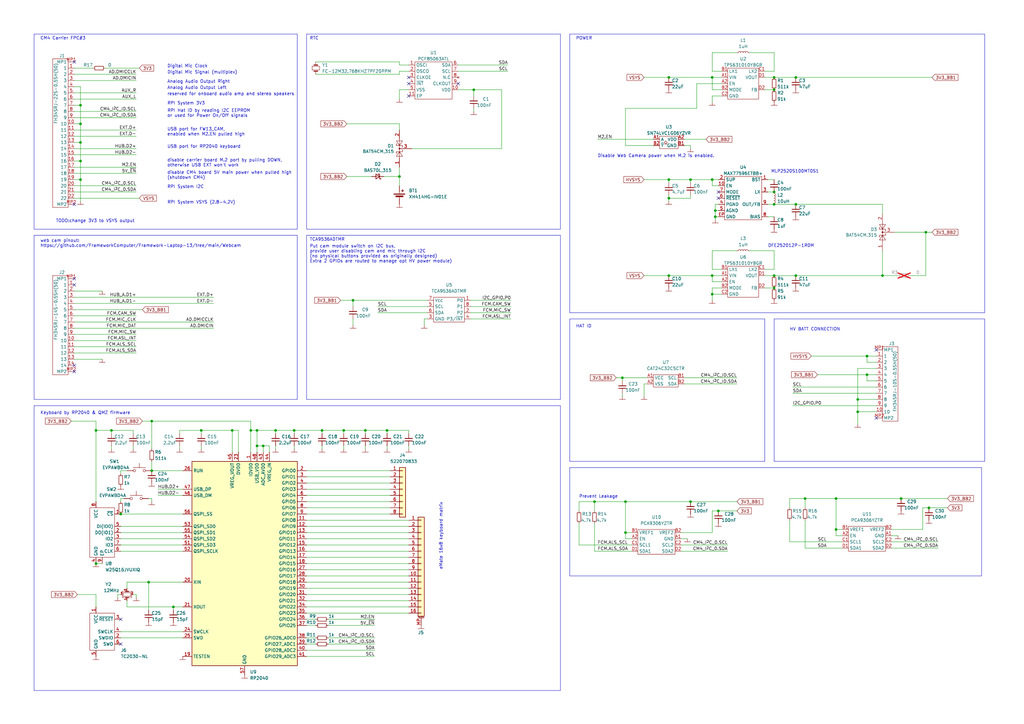
<source format=kicad_sch>
(kicad_sch (version 20230121) (generator eeschema)
  (paper "A3")
  (junction (at 45.72 176.53))
  (junction (at 49.53 210.82))
  (junction (at 342.9 217.17))
  (junction (at 105.41 176.53))
  (junction (at 369.57 204.47))
  (junction (at 342.9 204.47))
  (junction (at 39.37 176.53))
  (junction (at 292.1 113.03))
  (junction (at 255.27 154.94))
  (junction (at 292.1 73.66))
  (junction (at 105.41 182.88))
  (junction (at 274.32 81.28))
  (junction (at 326.39 83.82))
  (junction (at 351.79 163.83))
  (junction (at 158.75 176.53))
  (junction (at 317.5 113.03))
  (junction (at 82.55 176.53))
  (junction (at 95.25 176.53))
  (junction (at 292.1 31.75))
  (junction (at 256.54 218.44))
  (junction (at 274.32 31.75))
  (junction (at 326.39 31.75))
  (junction (at 102.87 176.53))
  (junction (at 33.02 58.42))
  (junction (at 317.5 36.83))
  (junction (at 132.08 176.53))
  (junction (at 71.12 248.92))
  (junction (at 39.37 231.14))
  (junction (at 243.84 205.74))
  (junction (at 194.31 36.83))
  (junction (at 379.73 95.25))
  (junction (at 33.02 66.04))
  (junction (at 140.97 176.53))
  (junction (at 294.64 209.55))
  (junction (at 317.5 83.82))
  (junction (at 293.37 86.36))
  (junction (at 317.5 31.75))
  (junction (at 144.78 123.19))
  (junction (at 33.02 73.66))
  (junction (at 317.5 78.74))
  (junction (at 256.54 205.74))
  (junction (at 317.5 118.11))
  (junction (at 60.96 238.76))
  (junction (at 33.02 43.18))
  (junction (at 292.1 120.65))
  (junction (at 330.2 204.47))
  (junction (at 355.6 153.67))
  (junction (at 120.65 176.53))
  (junction (at 283.21 73.66))
  (junction (at 107.95 182.88))
  (junction (at 113.03 176.53))
  (junction (at 293.37 88.9))
  (junction (at 283.21 205.74))
  (junction (at 355.6 146.05))
  (junction (at 62.23 172.72))
  (junction (at 361.95 113.03))
  (junction (at 274.32 113.03))
  (junction (at 326.39 113.03))
  (junction (at 149.86 176.53))
  (junction (at 351.79 168.91))
  (junction (at 33.02 50.8))
  (junction (at 381 208.28))
  (junction (at 62.23 193.04))
  (junction (at 274.32 73.66))
  (junction (at 163.83 72.39))
  (no_connect (at 359.41 171.45))
  (no_connect (at 359.41 143.51))
  (no_connect (at 30.48 114.3))
  (no_connect (at 167.64 31.75))
  (no_connect (at 187.96 34.29))
  (no_connect (at 30.48 149.86))
  (no_connect (at 294.64 78.74))
  (no_connect (at 49.53 264.16))
  (no_connect (at 30.48 152.4))
  (no_connect (at 167.64 39.37))
  (no_connect (at 49.53 254))
  (no_connect (at 294.64 81.28))
  (no_connect (at 30.48 83.82))
  (no_connect (at 167.64 34.29))
  (no_connect (at 30.48 25.4))
  (no_connect (at 30.48 116.84))
  (wire (pts (xy 163.83 36.83) (xy 163.83 40.64)))
  (wire (pts (xy 292.1 41.91) (xy 292.1 39.37)))
  (wire (pts (xy 158.75 182.88) (xy 158.75 184.15)))
  (wire (pts (xy 314.96 78.74) (xy 317.5 78.74)))
  (wire (pts (xy 160.02 198.12) (xy 125.73 198.12)))
  (wire (pts (xy 373.38 113.03) (xy 379.73 113.03)))
  (wire (pts (xy 30.48 81.28) (xy 57.15 81.28)))
  (wire (pts (xy 237.49 205.74) (xy 243.84 205.74)))
  (wire (pts (xy 292.1 209.55) (xy 294.64 209.55)))
  (wire (pts (xy 33.02 58.42) (xy 30.48 58.42)))
  (wire (pts (xy 55.88 76.2) (xy 30.48 76.2)))
  (wire (pts (xy 326.39 31.75) (xy 382.27 31.75)))
  (wire (pts (xy 379.73 95.25) (xy 379.73 113.03)))
  (wire (pts (xy 365.76 219.71) (xy 368.3 219.71)))
  (wire (pts (xy 55.88 71.12) (xy 30.48 71.12)))
  (wire (pts (xy 302.26 102.87) (xy 292.1 102.87)))
  (wire (pts (xy 30.48 27.94) (xy 38.1 27.94)))
  (wire (pts (xy 292.1 21.59) (xy 292.1 29.21)))
  (wire (pts (xy 259.08 220.98) (xy 256.54 220.98)))
  (wire (pts (xy 120.65 176.53) (xy 132.08 176.53)))
  (wire (pts (xy 163.83 26.67) (xy 163.83 25.4)))
  (wire (pts (xy 54.61 177.8) (xy 54.61 176.53)))
  (wire (pts (xy 351.79 163.83) (xy 359.41 163.83)))
  (wire (pts (xy 33.02 66.04) (xy 33.02 73.66)))
  (wire (pts (xy 30.48 43.18) (xy 33.02 43.18)))
  (wire (pts (xy 49.53 218.44) (xy 74.93 218.44)))
  (wire (pts (xy 167.64 226.06) (xy 125.73 226.06)))
  (wire (pts (xy 30.48 144.78) (xy 55.88 144.78)))
  (wire (pts (xy 330.2 224.79) (xy 345.44 224.79)))
  (wire (pts (xy 132.08 176.53) (xy 140.97 176.53)))
  (wire (pts (xy 342.9 204.47) (xy 369.57 204.47)))
  (wire (pts (xy 105.41 185.42) (xy 105.41 182.88)))
  (wire (pts (xy 55.88 45.72) (xy 30.48 45.72)))
  (wire (pts (xy 144.78 133.35) (xy 144.78 130.81)))
  (wire (pts (xy 317.5 113.03) (xy 326.39 113.03)))
  (wire (pts (xy 149.86 176.53) (xy 158.75 176.53)))
  (wire (pts (xy 33.02 73.66) (xy 33.02 82.55)))
  (wire (pts (xy 361.95 83.82) (xy 361.95 87.63)))
  (wire (pts (xy 167.64 182.88) (xy 167.64 184.15)))
  (wire (pts (xy 71.12 248.92) (xy 71.12 250.19)))
  (wire (pts (xy 52.07 246.38) (xy 52.07 248.92)))
  (wire (pts (xy 45.72 176.53) (xy 54.61 176.53)))
  (wire (pts (xy 48.26 245.11) (xy 48.26 243.84)))
  (wire (pts (xy 237.49 209.55) (xy 237.49 205.74)))
  (wire (pts (xy 30.48 134.62) (xy 87.63 134.62)))
  (wire (pts (xy 49.53 259.08) (xy 74.93 259.08)))
  (wire (pts (xy 317.5 31.75) (xy 326.39 31.75)))
  (wire (pts (xy 351.79 168.91) (xy 359.41 168.91)))
  (wire (pts (xy 49.53 215.9) (xy 74.93 215.9)))
  (wire (pts (xy 55.88 68.58) (xy 30.48 68.58)))
  (wire (pts (xy 317.5 110.49) (xy 317.5 102.87)))
  (wire (pts (xy 342.9 219.71) (xy 342.9 217.17)))
  (wire (pts (xy 125.73 264.16) (xy 129.54 264.16)))
  (wire (pts (xy 280.67 154.94) (xy 302.26 154.94)))
  (wire (pts (xy 134.62 261.62) (xy 153.67 261.62)))
  (wire (pts (xy 359.41 148.59) (xy 355.6 148.59)))
  (wire (pts (xy 30.48 142.24) (xy 55.88 142.24)))
  (wire (pts (xy 285.75 44.45) (xy 285.75 34.29)))
  (wire (pts (xy 167.64 218.44) (xy 125.73 218.44)))
  (wire (pts (xy 167.64 251.46) (xy 125.73 251.46)))
  (wire (pts (xy 49.53 194.31) (xy 49.53 193.04)))
  (wire (pts (xy 274.32 73.66) (xy 274.32 74.93)))
  (wire (pts (xy 293.37 86.36) (xy 293.37 83.82)))
  (wire (pts (xy 283.21 80.01) (xy 283.21 81.28)))
  (wire (pts (xy 142.24 50.8) (xy 163.83 50.8)))
  (wire (pts (xy 313.69 29.21) (xy 317.5 29.21)))
  (wire (pts (xy 274.32 82.55) (xy 274.32 81.28)))
  (wire (pts (xy 255.27 162.56) (xy 255.27 161.29)))
  (wire (pts (xy 160.02 195.58) (xy 125.73 195.58)))
  (wire (pts (xy 314.96 73.66) (xy 317.5 73.66)))
  (wire (pts (xy 256.54 205.74) (xy 283.21 205.74)))
  (wire (pts (xy 167.64 177.8) (xy 167.64 176.53)))
  (wire (pts (xy 283.21 205.74) (xy 302.26 205.74)))
  (wire (pts (xy 313.69 113.03) (xy 317.5 113.03)))
  (wire (pts (xy 113.03 176.53) (xy 120.65 176.53)))
  (wire (pts (xy 54.61 243.84) (xy 55.88 243.84)))
  (wire (pts (xy 157.48 72.39) (xy 163.83 72.39)))
  (wire (pts (xy 167.64 246.38) (xy 125.73 246.38)))
  (wire (pts (xy 55.88 53.34) (xy 30.48 53.34)))
  (wire (pts (xy 292.1 209.55) (xy 292.1 218.44)))
  (wire (pts (xy 295.91 36.83) (xy 292.1 36.83)))
  (wire (pts (xy 292.1 31.75) (xy 295.91 31.75)))
  (wire (pts (xy 292.1 218.44) (xy 279.4 218.44)))
  (wire (pts (xy 52.07 238.76) (xy 60.96 238.76)))
  (wire (pts (xy 49.53 204.47) (xy 49.53 205.74)))
  (wire (pts (xy 33.02 73.66) (xy 30.48 73.66)))
  (wire (pts (xy 168.91 60.96) (xy 205.74 60.96)))
  (wire (pts (xy 323.85 204.47) (xy 330.2 204.47)))
  (wire (pts (xy 313.69 31.75) (xy 317.5 31.75)))
  (wire (pts (xy 243.84 226.06) (xy 259.08 226.06)))
  (wire (pts (xy 330.2 213.36) (xy 330.2 224.79)))
  (wire (pts (xy 293.37 86.36) (xy 294.64 86.36)))
  (wire (pts (xy 355.6 146.05) (xy 355.6 148.59)))
  (wire (pts (xy 292.1 110.49) (xy 295.91 110.49)))
  (wire (pts (xy 167.64 241.3) (xy 125.73 241.3)))
  (wire (pts (xy 256.54 218.44) (xy 259.08 218.44)))
  (wire (pts (xy 264.16 31.75) (xy 274.32 31.75)))
  (wire (pts (xy 120.65 177.8) (xy 120.65 176.53)))
  (wire (pts (xy 307.34 102.87) (xy 317.5 102.87)))
  (wire (pts (xy 256.54 220.98) (xy 256.54 218.44)))
  (wire (pts (xy 326.39 83.82) (xy 361.95 83.82)))
  (wire (pts (xy 160.02 208.28) (xy 125.73 208.28)))
  (wire (pts (xy 361.95 102.87) (xy 361.95 113.03)))
  (wire (pts (xy 160.02 205.74) (xy 125.73 205.74)))
  (wire (pts (xy 317.5 83.82) (xy 326.39 83.82)))
  (wire (pts (xy 49.53 193.04) (xy 52.07 193.04)))
  (wire (pts (xy 30.48 139.7) (xy 55.88 139.7)))
  (wire (pts (xy 55.88 30.48) (xy 30.48 30.48)))
  (wire (pts (xy 237.49 223.52) (xy 237.49 214.63)))
  (wire (pts (xy 160.02 203.2) (xy 125.73 203.2)))
  (wire (pts (xy 167.64 220.98) (xy 125.73 220.98)))
  (wire (pts (xy 193.04 123.19) (xy 209.55 123.19)))
  (wire (pts (xy 167.64 236.22) (xy 125.73 236.22)))
  (wire (pts (xy 55.88 40.64) (xy 30.48 40.64)))
  (wire (pts (xy 62.23 189.23) (xy 62.23 193.04)))
  (wire (pts (xy 140.97 182.88) (xy 140.97 184.15)))
  (wire (pts (xy 175.26 125.73) (xy 154.94 125.73)))
  (wire (pts (xy 351.79 151.13) (xy 351.79 163.83)))
  (wire (pts (xy 314.96 83.82) (xy 317.5 83.82)))
  (wire (pts (xy 274.32 73.66) (xy 283.21 73.66)))
  (wire (pts (xy 367.03 95.25) (xy 379.73 95.25)))
  (wire (pts (xy 359.41 151.13) (xy 351.79 151.13)))
  (wire (pts (xy 292.1 29.21) (xy 295.91 29.21)))
  (wire (pts (xy 64.77 200.66) (xy 74.93 200.66)))
  (wire (pts (xy 39.37 243.84) (xy 31.75 243.84)))
  (wire (pts (xy 292.1 76.2) (xy 292.1 73.66)))
  (wire (pts (xy 55.88 33.02) (xy 30.48 33.02)))
  (wire (pts (xy 134.62 264.16) (xy 153.67 264.16)))
  (wire (pts (xy 125.73 254) (xy 129.54 254)))
  (wire (pts (xy 187.96 36.83) (xy 194.31 36.83)))
  (wire (pts (xy 97.79 185.42) (xy 97.79 176.53)))
  (wire (pts (xy 73.66 176.53) (xy 82.55 176.53)))
  (wire (pts (xy 167.64 228.6) (xy 125.73 228.6)))
  (wire (pts (xy 55.88 245.11) (xy 55.88 243.84)))
  (wire (pts (xy 381 208.28) (xy 388.62 208.28)))
  (wire (pts (xy 139.7 123.19) (xy 144.78 123.19)))
  (wire (pts (xy 52.07 238.76) (xy 52.07 241.3)))
  (wire (pts (xy 142.24 72.39) (xy 152.4 72.39)))
  (wire (pts (xy 113.03 176.53) (xy 113.03 177.8)))
  (wire (pts (xy 132.08 177.8) (xy 132.08 176.53)))
  (wire (pts (xy 378.46 208.28) (xy 381 208.28)))
  (wire (pts (xy 283.21 73.66) (xy 283.21 74.93)))
  (wire (pts (xy 158.75 177.8) (xy 158.75 176.53)))
  (wire (pts (xy 173.99 130.81) (xy 173.99 133.35)))
  (wire (pts (xy 163.83 29.21) (xy 167.64 29.21)))
  (wire (pts (xy 292.1 120.65) (xy 292.1 118.11)))
  (wire (pts (xy 73.66 177.8) (xy 73.66 176.53)))
  (wire (pts (xy 125.73 256.54) (xy 129.54 256.54)))
  (wire (pts (xy 194.31 39.37) (xy 194.31 36.83)))
  (wire (pts (xy 33.02 58.42) (xy 33.02 66.04)))
  (wire (pts (xy 60.96 204.47) (xy 62.23 204.47)))
  (wire (pts (xy 167.64 231.14) (xy 125.73 231.14)))
  (wire (pts (xy 293.37 90.17) (xy 293.37 88.9)))
  (wire (pts (xy 325.12 161.29) (xy 359.41 161.29)))
  (wire (pts (xy 292.1 123.19) (xy 292.1 120.65)))
  (wire (pts (xy 332.74 146.05) (xy 355.6 146.05)))
  (wire (pts (xy 71.12 248.92) (xy 74.93 248.92)))
  (wire (pts (xy 167.64 213.36) (xy 125.73 213.36)))
  (wire (pts (xy 264.16 157.48) (xy 265.43 157.48)))
  (wire (pts (xy 55.88 60.96) (xy 30.48 60.96)))
  (wire (pts (xy 314.96 88.9) (xy 317.5 88.9)))
  (wire (pts (xy 33.02 50.8) (xy 33.02 58.42)))
  (wire (pts (xy 29.21 172.72) (xy 39.37 172.72)))
  (wire (pts (xy 49.53 223.52) (xy 74.93 223.52)))
  (wire (pts (xy 292.1 39.37) (xy 295.91 39.37)))
  (wire (pts (xy 30.48 121.92) (xy 87.63 121.92)))
  (wire (pts (xy 33.02 35.56) (xy 30.48 35.56)))
  (wire (pts (xy 342.9 217.17) (xy 345.44 217.17)))
  (wire (pts (xy 60.96 238.76) (xy 74.93 238.76)))
  (wire (pts (xy 129.54 30.48) (xy 163.83 30.48)))
  (wire (pts (xy 243.84 205.74) (xy 243.84 209.55)))
  (wire (pts (xy 33.02 66.04) (xy 30.48 66.04)))
  (wire (pts (xy 110.49 182.88) (xy 107.95 182.88)))
  (wire (pts (xy 163.83 76.2) (xy 163.83 72.39)))
  (wire (pts (xy 163.83 30.48) (xy 163.83 29.21)))
  (wire (pts (xy 163.83 72.39) (xy 163.83 68.58)))
  (wire (pts (xy 255.27 154.94) (xy 265.43 154.94)))
  (wire (pts (xy 64.77 203.2) (xy 74.93 203.2)))
  (wire (pts (xy 351.79 163.83) (xy 351.79 168.91)))
  (wire (pts (xy 293.37 88.9) (xy 293.37 86.36)))
  (wire (pts (xy 167.64 238.76) (xy 125.73 238.76)))
  (wire (pts (xy 30.48 119.38) (xy 41.91 119.38)))
  (wire (pts (xy 60.96 238.76) (xy 60.96 250.19)))
  (wire (pts (xy 149.86 182.88) (xy 149.86 184.15)))
  (wire (pts (xy 113.03 182.88) (xy 113.03 184.15)))
  (wire (pts (xy 194.31 45.72) (xy 194.31 44.45)))
  (wire (pts (xy 167.64 243.84) (xy 125.73 243.84)))
  (wire (pts (xy 167.64 26.67) (xy 163.83 26.67)))
  (wire (pts (xy 264.16 73.66) (xy 274.32 73.66)))
  (wire (pts (xy 283.21 73.66) (xy 292.1 73.66)))
  (wire (pts (xy 325.12 158.75) (xy 359.41 158.75)))
  (wire (pts (xy 167.64 233.68) (xy 125.73 233.68)))
  (wire (pts (xy 379.73 95.25) (xy 382.27 95.25)))
  (wire (pts (xy 30.48 147.32) (xy 41.91 147.32)))
  (wire (pts (xy 205.74 36.83) (xy 205.74 60.96)))
  (wire (pts (xy 378.46 208.28) (xy 378.46 217.17)))
  (wire (pts (xy 45.72 176.53) (xy 45.72 177.8)))
  (wire (pts (xy 30.48 127) (xy 58.42 127)))
  (wire (pts (xy 345.44 219.71) (xy 342.9 219.71)))
  (wire (pts (xy 140.97 176.53) (xy 149.86 176.53)))
  (wire (pts (xy 285.75 34.29) (xy 295.91 34.29)))
  (wire (pts (xy 132.08 182.88) (xy 132.08 184.15)))
  (wire (pts (xy 82.55 176.53) (xy 95.25 176.53)))
  (wire (pts (xy 54.61 182.88) (xy 54.61 184.15)))
  (wire (pts (xy 293.37 88.9) (xy 294.64 88.9)))
  (wire (pts (xy 160.02 210.82) (xy 125.73 210.82)))
  (wire (pts (xy 292.1 120.65) (xy 295.91 120.65)))
  (wire (pts (xy 167.64 176.53) (xy 158.75 176.53)))
  (wire (pts (xy 95.25 176.53) (xy 95.25 185.42)))
  (wire (pts (xy 55.88 55.88) (xy 30.48 55.88)))
  (wire (pts (xy 280.67 157.48) (xy 302.26 157.48)))
  (wire (pts (xy 110.49 185.42) (xy 110.49 182.88)))
  (wire (pts (xy 292.1 118.11) (xy 295.91 118.11)))
  (wire (pts (xy 73.66 182.88) (xy 73.66 184.15)))
  (wire (pts (xy 283.21 60.96) (xy 283.21 59.69)))
  (wire (pts (xy 125.73 269.24) (xy 153.67 269.24)))
  (wire (pts (xy 107.95 182.88) (xy 105.41 182.88)))
  (wire (pts (xy 49.53 210.82) (xy 74.93 210.82)))
  (wire (pts (xy 365.76 222.25) (xy 384.81 222.25)))
  (wire (pts (xy 55.88 38.1) (xy 30.48 38.1)))
  (wire (pts (xy 283.21 59.69) (xy 280.67 59.69)))
  (wire (pts (xy 39.37 205.74) (xy 39.37 176.53)))
  (wire (pts (xy 274.32 80.01) (xy 274.32 81.28)))
  (wire (pts (xy 30.48 137.16) (xy 55.88 137.16)))
  (wire (pts (xy 255.27 156.21) (xy 255.27 154.94)))
  (wire (pts (xy 30.48 132.08) (xy 87.63 132.08)))
  (wire (pts (xy 125.73 261.62) (xy 129.54 261.62)))
  (wire (pts (xy 256.54 59.69) (xy 256.54 44.45)))
  (wire (pts (xy 274.32 31.75) (xy 292.1 31.75)))
  (wire (pts (xy 279.4 223.52) (xy 298.45 223.52)))
  (wire (pts (xy 294.64 209.55) (xy 302.26 209.55)))
  (wire (pts (xy 369.57 204.47) (xy 388.62 204.47)))
  (wire (pts (xy 355.6 153.67) (xy 359.41 153.67)))
  (wire (pts (xy 256.54 44.45) (xy 285.75 44.45)))
  (wire (pts (xy 167.64 248.92) (xy 125.73 248.92)))
  (wire (pts (xy 30.48 129.54) (xy 55.88 129.54)))
  (wire (pts (xy 274.32 113.03) (xy 292.1 113.03)))
  (wire (pts (xy 293.37 83.82) (xy 294.64 83.82)))
  (wire (pts (xy 144.78 125.73) (xy 144.78 123.19)))
  (wire (pts (xy 49.53 204.47) (xy 50.8 204.47)))
  (wire (pts (xy 361.95 113.03) (xy 368.3 113.03)))
  (wire (pts (xy 134.62 256.54) (xy 153.67 256.54)))
  (wire (pts (xy 292.1 113.03) (xy 295.91 113.03)))
  (wire (pts (xy 355.6 146.05) (xy 359.41 146.05)))
  (wire (pts (xy 82.55 182.88) (xy 82.55 184.15)))
  (wire (pts (xy 292.1 115.57) (xy 292.1 113.03)))
  (wire (pts (xy 292.1 31.75) (xy 292.1 36.83)))
  (wire (pts (xy 55.88 63.5) (xy 30.48 63.5)))
  (wire (pts (xy 30.48 124.46) (xy 87.63 124.46)))
  (wire (pts (xy 193.04 128.27) (xy 209.55 128.27)))
  (wire (pts (xy 243.84 214.63) (xy 243.84 226.06)))
  (wire (pts (xy 292.1 73.66) (xy 294.64 73.66)))
  (wire (pts (xy 120.65 182.88) (xy 120.65 184.15)))
  (wire (pts (xy 317.5 29.21) (xy 317.5 21.59)))
  (wire (pts (xy 160.02 193.04) (xy 125.73 193.04)))
  (wire (pts (xy 149.86 177.8) (xy 149.86 176.53)))
  (wire (pts (xy 187.96 29.21) (xy 208.28 29.21)))
  (wire (pts (xy 194.31 36.83) (xy 205.74 36.83)))
  (wire (pts (xy 193.04 125.73) (xy 209.55 125.73)))
  (wire (pts (xy 187.96 26.67) (xy 208.28 26.67)))
  (wire (pts (xy 279.4 220.98) (xy 281.94 220.98)))
  (wire (pts (xy 365.76 224.79) (xy 384.81 224.79)))
  (wire (pts (xy 134.62 254) (xy 153.67 254)))
  (wire (pts (xy 33.02 43.18) (xy 33.02 50.8)))
  (wire (pts (xy 163.83 50.8) (xy 163.83 53.34)))
  (wire (pts (xy 256.54 205.74) (xy 256.54 218.44)))
  (wire (pts (xy 280.67 57.15) (xy 289.56 57.15)))
  (wire (pts (xy 49.53 226.06) (xy 74.93 226.06)))
  (wire (pts (xy 313.69 110.49) (xy 317.5 110.49)))
  (wire (pts (xy 33.02 50.8) (xy 30.48 50.8)))
  (wire (pts (xy 49.53 243.84) (xy 48.26 243.84)))
  (wire (pts (xy 243.84 205.74) (xy 256.54 205.74)))
  (wire (pts (xy 58.42 172.72) (xy 62.23 172.72)))
  (wire (pts (xy 378.46 217.17) (xy 365.76 217.17)))
  (wire (pts (xy 330.2 204.47) (xy 342.9 204.47)))
  (wire (pts (xy 160.02 200.66) (xy 125.73 200.66)))
  (wire (pts (xy 167.64 36.83) (xy 163.83 36.83)))
  (wire (pts (xy 82.55 176.53) (xy 82.55 177.8)))
  (wire (pts (xy 323.85 222.25) (xy 323.85 213.36)))
  (wire (pts (xy 39.37 231.14) (xy 41.91 231.14)))
  (wire (pts (xy 342.9 204.47) (xy 342.9 217.17)))
  (wire (pts (xy 175.26 128.27) (xy 154.94 128.27)))
  (wire (pts (xy 237.49 223.52) (xy 259.08 223.52)))
  (wire (pts (xy 43.18 27.94) (xy 57.15 27.94)))
  (wire (pts (xy 359.41 156.21) (xy 355.6 156.21)))
  (wire (pts (xy 39.37 176.53) (xy 45.72 176.53)))
  (wire (pts (xy 102.87 172.72) (xy 102.87 176.53)))
  (wire (pts (xy 33.02 35.56) (xy 33.02 43.18)))
  (wire (pts (xy 62.23 172.72) (xy 62.23 184.15)))
  (wire (pts (xy 279.4 226.06) (xy 298.45 226.06)))
  (wire (pts (xy 49.53 220.98) (xy 74.93 220.98)))
  (wire (pts (xy 105.41 176.53) (xy 113.03 176.53)))
  (wire (pts (xy 102.87 176.53) (xy 105.41 176.53)))
  (wire (pts (xy 62.23 172.72) (xy 102.87 172.72)))
  (wire (pts (xy 125.73 266.7) (xy 153.67 266.7)))
  (wire (pts (xy 62.23 204.47) (xy 62.23 205.74)))
  (wire (pts (xy 294.64 76.2) (xy 292.1 76.2)))
  (wire (pts (xy 39.37 248.92) (xy 39.37 243.84)))
  (wire (pts (xy 52.07 248.92) (xy 71.12 248.92)))
  (wire (pts (xy 49.53 261.62) (xy 74.93 261.62)))
  (wire (pts (xy 107.95 185.42) (xy 107.95 182.88)))
  (wire (pts (xy 129.54 25.4) (xy 163.83 25.4)))
  (wire (pts (xy 193.04 130.81) (xy 209.55 130.81)))
  (wire (pts (xy 267.97 59.69) (xy 256.54 59.69)))
  (wire (pts (xy 323.85 208.28) (xy 323.85 204.47)))
  (wire (pts (xy 302.26 21.59) (xy 292.1 21.59)))
  (wire (pts (xy 252.73 154.94) (xy 255.27 154.94)))
  (wire (pts (xy 313.69 118.11) (xy 317.5 118.11)))
  (wire (pts (xy 245.11 57.15) (xy 267.97 57.15)))
  (wire (pts (xy 326.39 113.03) (xy 361.95 113.03)))
  (wire (pts (xy 274.32 81.28) (xy 283.21 81.28)))
  (wire (pts (xy 307.34 21.59) (xy 317.5 21.59)))
  (wire (pts (xy 167.64 215.9) (xy 125.73 215.9)))
  (wire (pts (xy 264.16 113.03) (xy 274.32 113.03)))
  (wire (pts (xy 313.69 36.83) (xy 317.5 36.83)))
  (wire (pts (xy 355.6 156.21) (xy 355.6 153.67)))
  (wire (pts (xy 97.79 176.53) (xy 95.25 176.53)))
  (wire (pts (xy 140.97 177.8) (xy 140.97 176.53)))
  (wire (pts (xy 351.79 168.91) (xy 351.79 173.99)))
  (wire (pts (xy 167.64 223.52) (xy 125.73 223.52)))
  (wire (pts (xy 323.85 222.25) (xy 345.44 222.25)))
  (wire (pts (xy 325.12 166.37) (xy 359.41 166.37)))
  (wire (pts (xy 335.28 153.67) (xy 355.6 153.67)))
  (wire (pts (xy 175.26 130.81) (xy 173.99 130.81)))
  (wire (pts (xy 144.78 123.19) (xy 175.26 123.19)))
  (wire (pts (xy 102.87 176.53) (xy 102.87 185.42)))
  (wire (pts (xy 39.37 172.72) (xy 39.37 176.53)))
  (wire (pts (xy 55.88 48.26) (xy 30.48 48.26)))
  (wire (pts (xy 292.1 102.87) (xy 292.1 110.49)))
  (wire (pts (xy 330.2 204.47) (xy 330.2 208.28)))
  (wire (pts (xy 105.41 182.88) (xy 105.41 176.53)))
  (wire (pts (xy 45.72 182.88) (xy 45.72 184.15)))
  (wire (pts (xy 264.16 157.48) (xy 264.16 162.56)))
  (wire (pts (xy 295.91 115.57) (xy 292.1 115.57)))
  (wire (pts (xy 62.23 193.04) (xy 74.93 193.04)))
  (wire (pts (xy 55.88 78.74) (xy 30.48 78.74)))
  (rectangle (start 13.97 96.52) (end 121.92 163.83))
  (rectangle (start 233.68 130.81) (end 313.69 189.23))
  (rectangle (start 233.68 13.97) (end 403.86 128.27))
  (rectangle (start 233.68 191.77) (end 402.59 236.22))
  (rectangle (start 13.97 13.97) (end 121.92 93.98))
  (rectangle (start 125.73 13.97) (end 229.87 93.98))
  (rectangle (start 13.97 166.37) (end 229.87 283.21))
  (rectangle (start 125.73 96.52) (end 229.87 163.83))
  (rectangle (start 317.5 130.81) (end 403.86 189.23))
  (text "DFE252012P-1R0M" (at 314.96 101.6 0) (effects (font (size 1.27 1.27)) (justify left bottom)))
  (text "CM4 Carrier FPC#3" (at 16.51 16.51 0) (effects (font (size 1.27 1.27)) (justify left bottom)))
  (text "disable carrier board M.2 port by pulling DOWN,\notherwise USB EXT won't work" (at 68.58 68.58 0) (effects (font (size 1.27 1.27)) (justify left bottom)))
  (text "Keyboard by RP2040 & QMZ firmware" (at 16.51 170.18 0) (effects (font (size 1.27 1.27)) (justify left bottom)))
  (text "TCA9536ADTMR" (at 127 99.06 0) (effects (font (size 1.27 1.27)) (justify left bottom)))
  (text "POWER" (at 236.22 16.51 0) (effects (font (size 1.27 1.27)) (justify left bottom)))
  (text "USB port for FW13_CAM,\nenabled when M2.EN pulled high" (at 68.58 55.88 0) (effects (font (size 1.27 1.27)) (justify left bottom)))
  (text "Analog Audio Output Right" (at 68.58 34.29 0) (effects (font (size 1.27 1.27)) (justify left bottom)))
  (text "TODO:change 3V3 to VSYS output" (at 22.86 91.44 0) (effects (font (size 1.27 1.27)) (justify left bottom)))
  (text "USB port for RP2040 keyboard" (at 68.58 60.96 0) (effects (font (size 1.27 1.27)) (justify left bottom)))
  (text "eMate 16x8 keyboard matrix" (at 181.61 233.68 90) (effects (font (size 1.27 1.27)) (justify left bottom)))
  (text "Prevent Leakage" (at 237.49 204.47 0) (effects (font (size 1.27 1.27)) (justify left bottom)))
  (text "RPI System VSYS (2.8-4.2V)" (at 68.58 83.82 0) (effects (font (size 1.27 1.27)) (justify left bottom)))
  (text "RPI System 3V3" (at 68.58 43.18 0) (effects (font (size 1.27 1.27)) (justify left bottom)))
  (text "Disable Web Camera power when M.2 is enabled." (at 245.11 64.77 0) (effects (font (size 1.27 1.27)) (justify left bottom)))
  (text "Digital Mic Signal (multiplex)" (at 68.58 30.48 0) (effects (font (size 1.27 1.27)) (justify left bottom)))
  (text "reserved for onboard audio amp and stereo speakers" (at 68.58 39.37 0) (effects (font (size 1.27 1.27)) (justify left bottom)))
  (text "RPI System I2C" (at 68.58 77.47 0) (effects (font (size 1.27 1.27)) (justify left bottom)))
  (text "web cam pinout:\nhttps://github.com/FrameworkComputer/Framework-Laptop-13/tree/main/Webcam" (at 16.51 101.6 0) (effects (font (size 1.27 1.27)) (justify left bottom)))
  (text "RPI Hat ID by reading I2C EEPROM\nor used for Power On/Off signals" (at 68.58 48.26 0) (effects (font (size 1.27 1.27)) (justify left bottom)))
  (text "disable CM4 board 5V main power when pulled high\n(shutdown CM4)" (at 68.58 73.66 0) (effects (font (size 1.27 1.27)) (justify left bottom)))
  (text "Analog Audio Output Left" (at 68.58 36.83 0) (effects (font (size 1.27 1.27)) (justify left bottom)))
  (text "Put cam module switch on I2C bus,\nprovide user disabling cam and mic through I2C\n(no physical buttons provided as originally designed)\nExtra 2 GPIOs are routed to manage opt HV power module)" (at 127 107.95 0) (effects (font (size 1.27 1.27)) (justify left bottom)))
  (text "HAT ID" (at 236.22 134.62 0) (effects (font (size 1.27 1.27)) (justify left bottom)))
  (text "MLP2520S100MT0S1" (at 316.23 71.12 0) (effects (font (size 1.27 1.27)) (justify left bottom)))
  (text "Digital Mic Clock" (at 68.58 27.94 0) (effects (font (size 1.27 1.27)) (justify left bottom)))
  (text "HV BATT CONNECTION" (at 323.85 135.89 0) (effects (font (size 1.27 1.27)) (justify left bottom)))
  (text "RTC" (at 127 16.51 0) (effects (font (size 1.27 1.27)) (justify left bottom)))
  (label "SDA" (at 154.94 128.27 0))
  (label "FCM.ALS_SCL" (at 245.11 223.52 0))
  (label "HUB_A.D1+" (at 55.88 121.92 180))
  (label "EXT.D+" (at 87.63 121.92 180))
  (label "FCM.MIC_DAT" (at 55.88 134.62 180))
  (label "CM4_I^{2}C_0.SDA" (at 384.81 224.79 180))
  (label "CM4_I^{2}C_ID.SCL" (at 55.88 45.72 180))
  (label "AD.DMICIN" (at 55.88 33.02 180))
  (label "HUB.D2+" (at 55.88 60.96 180))
  (label "CM4_I^{2}C_ID.SDA" (at 302.26 157.48 180))
  (label "FCM.ALS_SCL" (at 55.88 142.24 180))
  (label "FCM.MIC_SW" (at 209.55 128.27 180))
  (label "CM4_I^{2}C_0.SCL" (at 55.88 76.2 180))
  (label "HUB_A.D1-" (at 55.88 124.46 180))
  (label "5V_~{EN}" (at 153.67 256.54 180))
  (label "M2.EN" (at 245.11 57.15 0))
  (label "SCL" (at 154.94 125.73 0))
  (label "AUX_L" (at 55.88 40.64 180))
  (label "I2C_GPIO.P0" (at 209.55 123.19 180))
  (label "FCM.ALS_SDA" (at 245.11 226.06 0))
  (label "AD.DMICCLK" (at 87.63 132.08 180))
  (label "CM4_I^{2}C_ID.SCL" (at 302.26 154.94 180))
  (label "FCM.MIC_SW" (at 55.88 137.16 180))
  (label "5V_~{EN}" (at 55.88 71.12 180))
  (label "CM4_I^{2}C_ID.SDA" (at 153.67 264.16 180))
  (label "EXT.D-" (at 55.88 55.88 180))
  (label "I2C_GPIO.P0" (at 325.12 166.37 0))
  (label "CM4_I^{2}C_0.SDA" (at 298.45 226.06 180))
  (label "SDA" (at 208.28 26.67 180))
  (label "AD.DMICIN" (at 87.63 134.62 180))
  (label "CM4_I^{2}C_0.SDA" (at 55.88 78.74 180))
  (label "CM4_I^{2}C_0.SCL" (at 384.81 222.25 180))
  (label "SCL" (at 153.67 269.24 180))
  (label "CM4_I^{2}C_0.SCL" (at 298.45 223.52 180))
  (label "FCM.CAM_SW" (at 209.55 125.73 180))
  (label "CM4_I^{2}C_ID.SDA" (at 55.88 48.26 180))
  (label "FCM.ASL_INT" (at 55.88 139.7 180))
  (label "M2.EN" (at 55.88 68.58 180))
  (label "AUX_R" (at 55.88 38.1 180))
  (label "SCL" (at 339.09 222.25 180))
  (label "AD.DMICCLK" (at 55.88 30.48 180))
  (label "EXT.D-" (at 87.63 124.46 180))
  (label "SCL" (at 208.28 29.21 180))
  (label "CM4_I^{2}C_ID.SCL" (at 153.67 261.62 180))
  (label "HUB.D2+" (at 64.77 200.66 0))
  (label "FCM.ASL_INT" (at 209.55 130.81 180))
  (label "M2.EN" (at 153.67 254 180))
  (label "HUB.D2-" (at 64.77 203.2 0))
  (label "FCM.ALS_SDA" (at 55.88 144.78 180))
  (label "EXT.D+" (at 55.88 53.34 180))
  (label "HUB.D2-" (at 55.88 63.5 180))
  (label "SDA" (at 339.09 224.79 180))
  (label "FCM.MIC_CLK" (at 55.88 132.08 180))
  (label "SDA" (at 325.12 161.29 0))
  (label "SDA" (at 153.67 266.7 180))
  (label "FCM.CAM_SW" (at 55.88 129.54 180))
  (label "SCL" (at 325.12 158.75 0))
  (global_label "3V3_BB1" (shape input) (at 382.27 31.75 0) (property "Intersheetrefs" "${INTERSHEET_REFS}" (effects hide)))
  (global_label "3V3_BB2" (shape input) (at 388.62 204.47 0) (property "Intersheetrefs" "${INTERSHEET_REFS}" (effects hide)))
  (global_label "VSYS" (shape input) (at 264.16 31.75 180) (property "Intersheetrefs" "${INTERSHEET_REFS}" (effects hide)))
  (global_label "3V3_BB2" (shape input) (at 31.75 243.84 180) (property "Intersheetrefs" "${INTERSHEET_REFS}" (effects hide)))
  (global_label "HVSYS" (shape input) (at 332.74 146.05 180) (property "Intersheetrefs" "${INTERSHEET_REFS}" (effects hide)))
  (global_label "3V3_BB2" (shape input) (at 58.42 172.72 180) (property "Intersheetrefs" "${INTERSHEET_REFS}" (effects hide)))
  (global_label "3V3" (shape input) (at 302.26 209.55 0) (property "Intersheetrefs" "${INTERSHEET_REFS}" (effects hide)))
  (global_label "3V3_BB2" (shape input) (at 142.24 72.39 180) (property "Intersheetrefs" "${INTERSHEET_REFS}" (effects hide)))
  (global_label "3V3_BB2" (shape input) (at 252.73 154.94 180) (property "Intersheetrefs" "${INTERSHEET_REFS}" (effects hide)))
  (global_label "VSYS" (shape input) (at 264.16 113.03 180) (property "Intersheetrefs" "${INTERSHEET_REFS}" (effects hide)))
  (global_label "HVSYS" (shape input) (at 264.16 73.66 180) (property "Intersheetrefs" "${INTERSHEET_REFS}" (effects hide)))
  (global_label "3V3" (shape input) (at 57.15 27.94 0) (property "Intersheetrefs" "${INTERSHEET_REFS}" (effects hide)))
  (global_label "3V3_BB2" (shape input) (at 29.21 172.72 180) (property "Intersheetrefs" "${INTERSHEET_REFS}" (effects hide)))
  (global_label "3V3_BB2" (shape input) (at 142.24 50.8 180) (property "Intersheetrefs" "${INTERSHEET_REFS}" (effects hide)))
  (global_label "3V3_BB2" (shape input) (at 289.56 57.15 0) (property "Intersheetrefs" "${INTERSHEET_REFS}" (effects hide)))
  (global_label "VSYS" (shape input) (at 57.15 81.28 0) (property "Intersheetrefs" "${INTERSHEET_REFS}" (effects hide)))
  (global_label "3V3_BB2" (shape input) (at 382.27 95.25 0) (property "Intersheetrefs" "${INTERSHEET_REFS}" (effects hide)))
  (global_label "3V3_BB1" (shape input) (at 302.26 205.74 0) (property "Intersheetrefs" "${INTERSHEET_REFS}" (effects hide)))
  (global_label "3V3" (shape input) (at 388.62 208.28 0) (property "Intersheetrefs" "${INTERSHEET_REFS}" (effects hide)))
  (global_label "3V3_BB1" (shape input) (at 139.7 123.19 180) (property "Intersheetrefs" "${INTERSHEET_REFS}" (effects hide)))
  (global_label "3V3_BB1" (shape input) (at 58.42 127 0) (property "Intersheetrefs" "${INTERSHEET_REFS}" (effects hide)))
  (global_label "3V3_BB1" (shape input) (at 335.28 153.67 180) (property "Intersheetrefs" "${INTERSHEET_REFS}" (effects hide)))
  (symbol (lib_id "_Library:GND") (at 274.32 82.55 0) (unit 1)
    (property "Reference" "#PWR010" (effects hide))
    (property "Value" "GND" (effects hide))
  )
  (symbol (lib_id "_Library:GND") (at 255.27 162.56 0) (unit 1)
    (property "Reference" "#PWR034" (effects hide))
    (property "Value" "GND" (effects hide))
  )
  (symbol (lib_id "Device:C_Small") (at 73.66 180.34 0) (mirror x) (unit 1)
    (property "Reference" "C14" (at 67.31 179.07 0) (effects (justify left)))
    (property "Value" "2.2uF" (at 72.39 181.61 0) (effects (justify right)))
    (property "Footprint" "Capacitor_SMD:C_0402_1005Metric" (effects hide))
  )
  (symbol (lib_id "Device:C_Small") (at 71.12 252.73 180) (unit 1)
    (property "Reference" "C26" (at 76.2 251.46 0) (effects (justify left)))
    (property "Value" "15pF" (at 72.39 254 0) (effects (justify right)))
    (property "Footprint" "Capacitor_SMD:C_0402_1005Metric" (effects hide))
  )
  (symbol (lib_id "Device:C_Small") (at 274.32 34.29 0) (unit 1)
    (property "Reference" "C2" (at 275.59 33.02 0) (effects (justify left)))
    (property "Value" "22uF" (at 275.59 35.56 0) (effects (justify left)))
    (property "Footprint" "Capacitor_SMD:C_0603_1608Metric" (effects hide))
    (property "LCSC#" "C45783" (effects hide))
  )
  (symbol (lib_id "_Library:GND") (at 158.75 184.15 0) (mirror y) (unit 1)
    (property "Reference" "#PWR031" (effects hide))
    (property "Value" "GND" (effects hide))
  )
  (symbol (lib_id "_Library:GND") (at 167.64 184.15 0) (mirror y) (unit 1)
    (property "Reference" "#PWR032" (effects hide))
    (property "Value" "GND" (effects hide))
  )
  (symbol (lib_id "Switch:SW_Push") (at 57.15 193.04 0) (unit 1)
    (property "Reference" "SW1" (at 46.99 189.23 0))
    (property "Value" " EVPAWBD4A" (at 46.99 191.77 0))
    (property "Footprint" "_Library:EVPAWBA2A" (effects hide))
  )
  (symbol (lib_id "_Library:GND") (at 292.1 123.19 0) (unit 1)
    (property "Reference" "#PWR020" (effects hide))
    (property "Value" "GND" (effects hide))
  )
  (symbol (lib_id "Device:L_Small") (at 317.5 81.28 0) (unit 1)
    (property "Reference" "L2" (at 318.77 80.01 0) (effects (justify left)))
    (property "Value" "10uH" (at 318.77 82.55 0) (effects (justify left)))
    (property "Footprint" "Inductor_SMD:L_1008_2520Metric" (effects hide))
    (property "LCSC#" "C191565" (effects hide))
  )
  (symbol (lib_id "_Library:GND") (at 317.5 41.91 0) (unit 1)
    (property "Reference" "#PWR06" (effects hide))
    (property "Value" "GND" (effects hide))
  )
  (symbol (lib_id "_Library:GND") (at 317.5 93.98 0) (unit 1)
    (property "Reference" "#PWR014" (effects hide))
    (property "Value" "GND" (effects hide))
  )
  (symbol (lib_id "Device:C_Small") (at 294.64 212.09 180) (unit 1)
    (property "Reference" "C28" (at 300.99 210.82 0) (effects (justify left)))
    (property "Value" "100nF" (at 295.91 213.36 0) (effects (justify right)))
    (property "Footprint" "Capacitor_SMD:C_0402_1005Metric" (effects hide))
  )
  (symbol (lib_id "Device:R_Small") (at 317.5 120.65 0) (unit 1)
    (property "Reference" "R5" (at 318.77 119.38 0) (effects (justify left)))
    (property "Value" "91k" (at 318.77 121.92 0) (effects (justify left)))
    (property "Footprint" "Resistor_SMD:R_0402_1005Metric" (effects hide))
  )
  (symbol (lib_id "Device:C_Small") (at 326.39 86.36 0) (unit 1)
    (property "Reference" "C7" (at 327.66 85.09 0) (effects (justify left)))
    (property "Value" "22uF" (at 327.66 87.63 0) (effects (justify left)))
    (property "Footprint" "Capacitor_SMD:C_0603_1608Metric" (effects hide))
    (property "LCSC#" "C45783" (effects hide))
  )
  (symbol (lib_id "_Library:FH34SRJ-10S-0.5SH(50)") (at 361.95 142.24 0) (unit 1)
    (property "Reference" "J3" (at 364.49 140.97 0) (effects (justify left)))
    (property "Value" "FH34SRJ-10S-0.5SH(50)" (at 367.03 168.91 90) (effects (justify left)))
    (property "Footprint" "_Library:FH34SRJ-10S-0.5SH(50)" (effects hide))
  )
  (symbol (lib_id "Device:R_Small") (at 132.08 254 90) (unit 1)
    (property "Reference" "R9" (at 129.54 252.73 90) (effects (justify left)))
    (property "Value" "1k" (at 137.16 252.73 90) (effects (justify left)))
    (property "Footprint" "Resistor_SMD:R_0402_1005Metric" (effects hide))
  )
  (symbol (lib_id "_Library:GND") (at 317.5 123.19 0) (unit 1)
    (property "Reference" "#PWR021" (effects hide))
    (property "Value" "GND" (effects hide))
  )
  (symbol (lib_id "Device:R_Small") (at 317.5 39.37 0) (unit 1)
    (property "Reference" "R2" (at 318.77 38.1 0) (effects (justify left)))
    (property "Value" "91k" (at 318.77 40.64 0) (effects (justify left)))
    (property "Footprint" "Resistor_SMD:R_0402_1005Metric" (effects hide))
  )
  (symbol (lib_id "Device:C_Small") (at 54.61 180.34 180) (unit 1)
    (property "Reference" "C13" (at 59.69 179.07 0) (effects (justify left)))
    (property "Value" "100nF" (at 55.88 181.61 0) (effects (justify right)))
    (property "Footprint" "Capacitor_SMD:C_0402_1005Metric" (effects hide))
  )
  (symbol (lib_id "_Library:BAT54C,315") (at 361.95 95.25 90) (unit 1)
    (property "Reference" "D3" (at 359.7402 94.107 90) (effects (justify left)))
    (property "Value" "BAT54CM,315" (at 359.7402 96.393 90) (effects (justify left)))
    (property "Footprint" "Package_DFN_QFN:Diodes_DFN1006-3" (effects hide))
    (property "Field5" "2306010" (effects hide))
    (property "Field6" "BAT54C-7-F" (effects hide))
    (property "Field7" "Rohm" (effects hide))
    (property "Part Description" "Diode Array 1 Pair Common Cathode Schottky 30V 200mA (DC) Surface Mount TO-236-3, SC-59, SOT-23-3" (effects hide))
  )
  (symbol (lib_id "Device:C_Small") (at 82.55 180.34 180) (unit 1)
    (property "Reference" "C15" (at 88.9 179.07 0) (effects (justify left)))
    (property "Value" "100nF" (at 83.82 181.61 0) (effects (justify right)))
    (property "Footprint" "Capacitor_SMD:C_0402_1005Metric" (effects hide))
  )
  (symbol (lib_id "_Library:GND") (at 292.1 41.91 0) (unit 1)
    (property "Reference" "#PWR05" (effects hide))
    (property "Value" "GND" (effects hide))
  )
  (symbol (lib_id "_Library:GND") (at 283.21 210.82 0) (unit 1)
    (property "Reference" "#PWR049" (effects hide))
    (property "Value" "GND" (effects hide))
  )
  (symbol (lib_id "_Library:GND") (at 41.91 147.32 0) (mirror y) (unit 1)
    (property "Reference" "#PWR019" (effects hide))
    (property "Value" "GND" (effects hide))
  )
  (symbol (lib_id "_Library:GND") (at 194.31 45.72 0) (unit 1)
    (property "Reference" "#PWR02" (effects hide))
    (property "Value" "GND" (effects hide))
  )
  (symbol (lib_id "_Library:GND") (at 351.79 173.99 0) (mirror y) (unit 1)
    (property "Reference" "#PWR038" (effects hide))
    (property "Value" "GND" (effects hide))
  )
  (symbol (lib_id "_Library:GND") (at 49.53 199.39 0) (mirror y) (unit 1)
    (property "Reference" "#PWR036" (effects hide))
    (property "Value" "GND" (effects hide))
  )
  (symbol (lib_id "_Library:GND") (at 62.23 198.12 0) (mirror y) (unit 1)
    (property "Reference" "#PWR033" (effects hide))
    (property "Value" "GND" (effects hide))
  )
  (symbol (lib_id "Device:R_Small") (at 132.08 264.16 90) (unit 1)
    (property "Reference" "R12" (at 129.54 262.89 90) (effects (justify left)))
    (property "Value" "1k" (at 137.16 262.89 90) (effects (justify left)))
    (property "Footprint" "Resistor_SMD:R_0402_1005Metric" (effects hide))
  )
  (symbol (lib_id "_Library:GND") (at 55.88 245.11 0) (mirror y) (unit 1)
    (property "Reference" "#PWR041" (effects hide))
    (property "Value" "GND" (effects hide))
  )
  (symbol (lib_id "_Library:GND") (at 326.39 118.11 0) (unit 1)
    (property "Reference" "#PWR018" (effects hide))
    (property "Value" "GND" (effects hide))
  )
  (symbol (lib_id "_Library:GND") (at 39.37 269.24 0) (unit 1)
    (property "Reference" "#PWR045" (effects hide))
    (property "Value" "GND" (effects hide))
  )
  (symbol (lib_id "Device:C_Small") (at 60.96 252.73 180) (unit 1)
    (property "Reference" "C25" (at 66.04 251.46 0) (effects (justify left)))
    (property "Value" "15pF" (at 62.23 254 0) (effects (justify right)))
    (property "Footprint" "Capacitor_SMD:C_0402_1005Metric" (effects hide))
  )
  (symbol (lib_id "Device:R_Small") (at 317.5 34.29 0) (unit 1)
    (property "Reference" "R1" (at 318.77 33.02 0) (effects (justify left)))
    (property "Value" "511k" (at 318.77 35.56 0) (effects (justify left)))
    (property "Footprint" "Resistor_SMD:R_0402_1005Metric" (effects hide))
  )
  (symbol (lib_id "Device:C_Small") (at 317.5 91.44 0) (unit 1)
    (property "Reference" "C8" (at 318.77 90.17 0) (effects (justify left)))
    (property "Value" "1uF" (at 318.77 92.71 0) (effects (justify left)))
    (property "Footprint" "Capacitor_SMD:C_0402_1005Metric" (effects hide))
    (property "LCSC#" "C52923" (effects hide))
  )
  (symbol (lib_id "Connector_Generic:Conn_01x08") (at 165.1 200.66 0) (unit 1)
    (property "Reference" "J4" (at 163.83 186.69 0) (effects (justify left)))
    (property "Value" "522070833" (at 160.02 189.23 0) (effects (justify left)))
    (property "Footprint" "_Library:522070833" (effects hide))
  )
  (symbol (lib_id "_Library:TC2030-NL") (at 41.91 259.08 0) (unit 1) (in_bom no)
    (property "Reference" "J6" (at 49.53 266.7 0) (effects (justify left)))
    (property "Value" "TC2030-NL" (at 49.53 269.24 0) (effects (justify left)))
    (property "Footprint" "_Library:TC2030-NL" (effects hide))
  )
  (symbol (lib_id "Device:R_Small") (at 243.84 212.09 180) (unit 1)
    (property "Reference" "R14" (at 248.92 210.82 0) (effects (justify left)))
    (property "Value" "4.7k" (at 248.92 213.36 0) (effects (justify left)))
    (property "Footprint" "Resistor_SMD:R_0402_1005Metric" (effects hide))
  )
  (symbol (lib_id "_Library:GND") (at 39.37 231.14 0) (mirror y) (unit 1)
    (property "Reference" "#PWR039" (effects hide))
    (property "Value" "GND" (effects hide))
  )
  (symbol (lib_id "Device:C_Small") (at 369.57 207.01 180) (unit 1)
    (property "Reference" "C29" (at 375.92 205.74 0) (effects (justify left)))
    (property "Value" "100nF" (at 370.84 208.28 0) (effects (justify right)))
    (property "Footprint" "Capacitor_SMD:C_0402_1005Metric" (effects hide))
  )
  (symbol (lib_id "Device:C_Small") (at 194.31 41.91 180) (unit 1)
    (property "Reference" "C1" (at 200.66 40.64 0) (effects (justify left)))
    (property "Value" "100nF" (at 195.58 43.18 0) (effects (justify right)))
    (property "Footprint" "Capacitor_SMD:C_0402_1005Metric" (effects hide))
  )
  (symbol (lib_id "_Library:GND") (at 274.32 118.11 0) (unit 1)
    (property "Reference" "#PWR017" (effects hide))
    (property "Value" "GND" (effects hide))
  )
  (symbol (lib_id "_Library:PCA9306YZTR") (at 355.6 220.98 0) (unit 1)
    (property "Reference" "U11" (at 355.6 210.82 0))
    (property "Value" "PCA9306YZTR" (at 355.6 213.36 0))
    (property "Footprint" "Package_BGA:Texas_DSBGA-8_0.705x1.468mm_Layout2x4_P0.4mm" (effects hide))
  )
  (symbol (lib_id "_Library:GND") (at 41.91 119.38 0) (mirror y) (unit 1)
    (property "Reference" "#PWR013" (effects hide))
    (property "Value" "GND" (effects hide))
  )
  (symbol (lib_id "Device:Crystal_GND24_Small") (at 52.07 243.84 90) (unit 1)
    (property "Reference" "Y2" (at 44.45 239.6557 90))
    (property "Value" "12MHz" (at 45.72 242.1957 90))
    (property "Footprint" "Crystal:Crystal_SMD_2520-4Pin_2.5x2.0mm" (effects hide))
  )
  (symbol (lib_id "Device:C_Small") (at 274.32 77.47 0) (unit 1)
    (property "Reference" "C5" (at 275.59 76.2 0) (effects (justify left)))
    (property "Value" "4.7uF" (at 275.59 78.74 0) (effects (justify left)))
    (property "Footprint" "Capacitor_SMD:C_0805_2012Metric" (effects hide))
    (property "LCSC#" "C23733" (effects hide))
  )
  (symbol (lib_id "_Library:GND") (at 326.39 36.83 0) (unit 1)
    (property "Reference" "#PWR04" (effects hide))
    (property "Value" "GND" (effects hide))
  )
  (symbol (lib_id "_Library:TCA9536ADTMR") (at 184.15 127 0) (unit 1)
    (property "Reference" "U5" (at 184.15 116.84 0))
    (property "Value" "TCA9536ADTMR" (at 184.15 119.38 0))
    (property "Footprint" "_Library:TCA9536ADTMR" (effects hide))
  )
  (symbol (lib_id "Device:R_Small") (at 323.85 210.82 180) (unit 1)
    (property "Reference" "R15" (at 328.93 209.55 0) (effects (justify left)))
    (property "Value" "4.7k" (at 328.93 212.09 0) (effects (justify left)))
    (property "Footprint" "Resistor_SMD:R_0402_1005Metric" (effects hide))
  )
  (symbol (lib_id "_Library:GND") (at 113.03 184.15 0) (mirror y) (unit 1)
    (property "Reference" "#PWR026" (effects hide))
    (property "Value" "GND" (effects hide))
  )
  (symbol (lib_id "_Library:GND") (at 33.02 82.55 0) (unit 1)
    (property "Reference" "#PWR08" (effects hide))
    (property "Value" "GND" (effects hide))
  )
  (symbol (lib_id "_Library:PCA9306YZTR") (at 269.24 222.25 0) (unit 1)
    (property "Reference" "U10" (at 269.24 212.09 0))
    (property "Value" "PCA9306YZTR" (at 269.24 214.63 0))
    (property "Footprint" "Package_BGA:Texas_DSBGA-8_0.705x1.468mm_Layout2x4_P0.4mm" (effects hide))
  )
  (symbol (lib_id "_Library:GND") (at 163.83 83.82 0) (unit 1)
    (property "Reference" "#PWR09" (effects hide))
    (property "Value" "GND" (effects hide))
  )
  (symbol (lib_id "Device:C_Small") (at 62.23 195.58 180) (unit 1)
    (property "Reference" "C24" (at 68.58 194.31 0) (effects (justify left)))
    (property "Value" "100nF" (at 63.5 196.85 0) (effects (justify right)))
    (property "Footprint" "Capacitor_SMD:C_0402_1005Metric" (effects hide))
  )
  (symbol (lib_id "Device:L_Small") (at 304.8 102.87 90) (unit 1)
    (property "Reference" "L3" (at 304.8 97.79 90))
    (property "Value" "1uH" (at 304.8 100.33 90))
    (property "Footprint" "Inductor_SMD:L_1008_2520Metric" (effects hide))
  )
  (symbol (lib_id "Device:R_Small") (at 317.5 115.57 0) (unit 1)
    (property "Reference" "R4" (at 318.77 114.3 0) (effects (justify left)))
    (property "Value" "511k" (at 318.77 116.84 0) (effects (justify left)))
    (property "Footprint" "Resistor_SMD:R_0402_1005Metric" (effects hide))
  )
  (symbol (lib_id "_Library:GND") (at 173.99 133.35 0) (unit 1)
    (property "Reference" "#PWR016" (effects hide))
    (property "Value" "GND" (effects hide))
  )
  (symbol (lib_id "_Library:SN74LVC1G06YZVR") (at 274.32 58.42 0) (unit 1)
    (property "Reference" "U3" (at 274.32 52.07 0))
    (property "Value" "SN74LVC1G06YZVR" (at 274.32 54.61 0))
    (property "Footprint" "_Library:SN74LVC1G06YZVR" (effects hide))
  )
  (symbol (lib_id "Device:R_Small") (at 132.08 261.62 90) (unit 1)
    (property "Reference" "R11" (at 129.54 260.35 90) (effects (justify left)))
    (property "Value" "1k" (at 137.16 260.35 90) (effects (justify left)))
    (property "Footprint" "Resistor_SMD:R_0402_1005Metric" (effects hide))
  )
  (symbol (lib_id "Device:L_Small") (at 304.8 21.59 90) (unit 1)
    (property "Reference" "L1" (at 304.8 16.51 90))
    (property "Value" "1uH" (at 304.8 19.05 90))
    (property "Footprint" "Inductor_SMD:L_1008_2520Metric" (effects hide))
    (property "LCSC#" "C191565" (effects hide))
  )
  (symbol (lib_id "Device:Crystal_Small") (at 129.54 27.94 90) (unit 1)
    (property "Reference" "Y1" (at 132.08 26.67 90) (effects (justify right)))
    (property "Value" "FC-12M32.768KHZ7PF20PPM" (at 132.08 29.21 90) (effects (justify right)))
    (property "Footprint" "Crystal:Crystal_SMD_2012-2Pin_2.0x1.2mm" (effects hide))
  )
  (symbol (lib_id "_Library:GND") (at 368.3 219.71 0) (unit 1)
    (property "Reference" "#PWR053" (effects hide))
    (property "Value" "GND" (effects hide))
  )
  (symbol (lib_id "_Library:GND") (at 74.93 269.24 0) (mirror y) (unit 1)
    (property "Reference" "#PWR046" (effects hide))
    (property "Value" "GND" (effects hide))
  )
  (symbol (lib_id "Device:D_Schottky_Small") (at 154.94 72.39 180) (unit 1)
    (property "Reference" "D2" (at 154.94 67.31 0))
    (property "Value" "BAS70L,315" (at 154.94 69.85 0))
    (property "Footprint" "_Library:Diodes_DFN1006-2" (effects hide))
  )
  (symbol (lib_id "Device:R_Small") (at 132.08 256.54 90) (unit 1)
    (property "Reference" "R10" (at 129.54 255.27 90) (effects (justify left)))
    (property "Value" "1k" (at 137.16 255.27 90) (effects (justify left)))
    (property "Footprint" "Resistor_SMD:R_0402_1005Metric" (effects hide))
  )
  (symbol (lib_id "Device:C_Small") (at 283.21 208.28 180) (unit 1)
    (property "Reference" "C27" (at 289.56 207.01 0) (effects (justify left)))
    (property "Value" "100nF" (at 284.48 209.55 0) (effects (justify right)))
    (property "Footprint" "Capacitor_SMD:C_0402_1005Metric" (effects hide))
  )
  (symbol (lib_id "_Library:GND") (at 73.66 184.15 0) (mirror y) (unit 1)
    (property "Reference" "#PWR024" (effects hide))
    (property "Value" "GND" (effects hide))
  )
  (symbol (lib_id "Connector_Generic_MountingPin:Conn_01x16_MountingPin") (at 172.72 231.14 0) (unit 1)
    (property "Reference" "J5" (at 171.45 259.4356 0) (effects (justify left)))
    (property "Value" "FH12-16S-1SH(55)" (effects hide))
    (property "Footprint" "_Library:FH12-16S-1SH(55)" (effects hide))
  )
  (symbol (lib_id "_Library:GND") (at 144.78 133.35 0) (unit 1)
    (property "Reference" "#PWR015" (effects hide))
    (property "Value" "GND" (effects hide))
  )
  (symbol (lib_id "Device:R_Small") (at 370.84 113.03 90) (unit 1) (in_bom no) (dnp yes)
    (property "Reference" "R3" (at 368.3 111.76 90) (effects (justify left)))
    (property "Value" "0" (at 377.19 111.76 90) (effects (justify left)))
    (property "Footprint" "Resistor_SMD:R_0402_1005Metric" (effects hide))
  )
  (symbol (lib_id "Device:C_Small") (at 283.21 77.47 0) (unit 1)
    (property "Reference" "C6" (at 284.48 76.2 0) (effects (justify left)))
    (property "Value" "100nF" (at 284.48 78.74 0) (effects (justify left)))
    (property "Footprint" "Capacitor_SMD:C_0402_1005Metric" (effects hide))
    (property "LCSC#" "C14663" (effects hide))
  )
  (symbol (lib_id "Device:C_Small") (at 113.03 180.34 180) (unit 1)
    (property "Reference" "C16" (at 119.38 179.07 0) (effects (justify left)))
    (property "Value" "2.2uF" (at 114.3 181.61 0) (effects (justify right)))
    (property "Footprint" "Capacitor_SMD:C_0402_1005Metric" (effects hide))
  )
  (symbol (lib_id "_Library:MAX77596ETBB+") (at 304.8 81.28 0) (unit 1)
    (property "Reference" "U4" (at 304.8 68.58 0))
    (property "Value" "MAX77596ETBB+" (at 304.8 71.12 0))
    (property "Footprint" "_Library:MAX77596ETBB+T" (effects hide))
  )
  (symbol (lib_id "Device:C_Small") (at 274.32 115.57 0) (unit 1)
    (property "Reference" "C10" (at 275.59 114.3 0) (effects (justify left)))
    (property "Value" "22uF" (at 275.59 116.84 0) (effects (justify left)))
    (property "Footprint" "Capacitor_SMD:C_0603_1608Metric" (effects hide))
    (property "LCSC#" "C45783" (effects hide))
  )
  (symbol (lib_id "_Library:GND") (at 132.08 184.15 0) (mirror y) (unit 1)
    (property "Reference" "#PWR028" (effects hide))
    (property "Value" "GND" (effects hide))
  )
  (symbol (lib_id "Device:C_Small") (at 144.78 128.27 180) (unit 1)
    (property "Reference" "C9" (at 151.13 127 0) (effects (justify left)))
    (property "Value" "100nF" (at 146.05 129.54 0) (effects (justify right)))
    (property "Footprint" "Capacitor_SMD:C_0402_1005Metric" (effects hide))
  )
  (symbol (lib_id "_Library:TPS631010YBGR") (at 304.8 115.57 0) (unit 1)
    (property "Reference" "U6" (at 304.8 105.41 0))
    (property "Value" "TPS631010YBGR" (at 304.8 107.95 0))
    (property "Footprint" "Package_BGA:Texas_DSBGA-8_0.705x1.468mm_Layout2x4_P0.4mm" (effects hide))
  )
  (symbol (lib_id "Device:C_Small") (at 317.5 76.2 0) (unit 1)
    (property "Reference" "C4" (at 318.77 74.93 0) (effects (justify left)))
    (property "Value" "100nF" (at 318.77 77.47 0) (effects (justify left)))
    (property "Footprint" "Capacitor_SMD:C_0402_1005Metric" (effects hide))
    (property "LCSC#" "C14663" (effects hide))
  )
  (symbol (lib_id "_Library:GND") (at 172.72 256.54 0) (mirror y) (unit 1)
    (property "Reference" "#PWR044" (effects hide))
    (property "Value" "GND" (effects hide))
  )
  (symbol (lib_id "_Library:GND") (at 283.21 60.96 0) (unit 1)
    (property "Reference" "#PWR07" (effects hide))
    (property "Value" "GND" (effects hide))
  )
  (symbol (lib_id "_Library:PCF85063ATL") (at 177.8 31.75 0) (unit 1)
    (property "Reference" "U1" (at 177.8 21.59 0))
    (property "Value" "PCF85063ATL" (at 177.8 24.13 0))
    (property "Footprint" "Package_DFN_QFN:DFN-10-1EP_2.6x2.6mm_P0.5mm_EP1.3x2.2mm" (effects hide))
  )
  (symbol (lib_id "Switch:SW_Push") (at 55.88 204.47 0) (unit 1)
    (property "Reference" "SW2" (at 45.72 200.66 0))
    (property "Value" " EVPAWBD4A" (at 45.72 203.2 0))
    (property "Footprint" "_Library:EVPAWBA2A" (effects hide))
  )
  (symbol (lib_id "_Library:CAT24C32C5CTR") (at 273.05 156.21 0) (unit 1)
    (property "Reference" "U7" (at 273.05 148.59 0))
    (property "Value" "CAT24C32C5CTR" (at 273.05 151.13 0))
    (property "Footprint" "Package_BGA:WLP-4_0.83x0.83mm_P0.4mm" (effects hide))
  )
  (symbol (lib_id "_Library:GND") (at 71.12 255.27 0) (mirror y) (unit 1)
    (property "Reference" "#PWR043" (effects hide))
    (property "Value" "GND" (effects hide))
  )
  (symbol (lib_id "Device:C_Small") (at 326.39 115.57 0) (unit 1)
    (property "Reference" "C11" (at 327.66 114.3 0) (effects (justify left)))
    (property "Value" "47uF" (at 327.66 116.84 0) (effects (justify left)))
    (property "Footprint" "Capacitor_SMD:C_0603_1608Metric" (effects hide))
    (property "LCSC#" "C45783" (effects hide))
  )
  (symbol (lib_id "_Library:GND") (at 149.86 184.15 0) (mirror y) (unit 1)
    (property "Reference" "#PWR030" (effects hide))
    (property "Value" "GND" (effects hide))
  )
  (symbol (lib_id "_Library:GND") (at 54.61 184.15 0) (mirror y) (unit 1)
    (property "Reference" "#PWR023" (effects hide))
    (property "Value" "GND" (effects hide))
  )
  (symbol (lib_id "_Library:GND") (at 274.32 36.83 0) (unit 1)
    (property "Reference" "#PWR03" (effects hide))
    (property "Value" "GND" (effects hide))
  )
  (symbol (lib_id "_Library:GND") (at 100.33 276.86 0) (mirror y) (unit 1)
    (property "Reference" "#PWR047" (effects hide))
    (property "Value" "GND" (effects hide))
  )
  (symbol (lib_id "_Library:GND") (at 326.39 88.9 0) (unit 1)
    (property "Reference" "#PWR011" (effects hide))
    (property "Value" "GND" (effects hide))
  )
  (symbol (lib_id "Device:C_Small") (at 45.72 180.34 180) (unit 1)
    (property "Reference" "C12" (at 50.8 179.07 0) (effects (justify left)))
    (property "Value" "2.2uF" (at 46.99 181.61 0) (effects (justify right)))
    (property "Footprint" "Capacitor_SMD:C_0402_1005Metric" (effects hide))
  )
  (symbol (lib_id "_Library:GND") (at 140.97 184.15 0) (mirror y) (unit 1)
    (property "Reference" "#PWR029" (effects hide))
    (property "Value" "GND" (effects hide))
  )
  (symbol (lib_id "_Library:GND") (at 120.65 184.15 0) (mirror y) (unit 1)
    (property "Reference" "#PWR027" (effects hide))
    (property "Value" "GND" (effects hide))
  )
  (symbol (lib_id "_Library:GND") (at 381 213.36 0) (unit 1)
    (property "Reference" "#PWR052" (effects hide))
    (property "Value" "GND" (effects hide))
  )
  (symbol (lib_id "_Library:GND") (at 45.72 184.15 0) (mirror y) (unit 1)
    (property "Reference" "#PWR022" (effects hide))
    (property "Value" "GND" (effects hide))
  )
  (symbol (lib_id "Device:R_Small") (at 40.64 27.94 90) (unit 1)
    (property "Reference" "R17" (at 38.1 26.67 90) (effects (justify left)))
    (property "Value" "0" (at 45.72 26.67 90) (effects (justify left)))
    (property "Footprint" "Resistor_SMD:R_0402_1005Metric" (effects hide))
  )
  (symbol (lib_id "_Library:FH34SRJ-14S-0.5SH(50)") (at 27.94 113.03 0) (mirror y) (unit 1)
    (property "Reference" "J2" (at 25.4 111.76 0))
    (property "Value" "FH34SRJ-14S-0.5SH(50)" (at 22.86 127 90))
    (property "Footprint" "_Library:FH34SRJ-14S-0.5SH(50)" (effects hide))
  )
  (symbol (lib_id "Device:R_Small") (at 62.23 186.69 0) (unit 1)
    (property "Reference" "R6" (at 63.5 185.42 0) (effects (justify left)))
    (property "Value" "511k" (at 63.5 187.96 0) (effects (justify left)))
    (property "Footprint" "Resistor_SMD:R_0402_1005Metric" (effects hide))
  )
  (symbol (lib_id "Device:C_Small") (at 326.39 34.29 0) (unit 1)
    (property "Reference" "C3" (at 327.66 33.02 0) (effects (justify left)))
    (property "Value" "47uF" (at 327.66 35.56 0) (effects (justify left)))
    (property "Footprint" "Capacitor_SMD:C_0603_1608Metric" (effects hide))
    (property "LCSC#" "C45783" (effects hide))
  )
  (symbol (lib_id "Device:Battery_Cell") (at 163.83 81.28 0) (unit 1)
    (property "Reference" "BT1" (at 167.64 78.1685 0) (effects (justify left)))
    (property "Value" "XH414HG-IV01E" (at 167.64 80.7085 0) (effects (justify left)))
    (property "Footprint" "_Library:XH414HG-IV01E" (effects hide))
  )
  (symbol (lib_id "_Library:W25Q16JVUXIQ") (at 41.91 218.44 0) (mirror y) (unit 1)
    (property "Reference" "U8" (at 43.18 231.14 0) (effects (justify right)))
    (property "Value" "W25Q16JVUXIQ" (at 43.18 233.68 0) (effects (justify right)))
    (property "Footprint" "_Library:W25Q16JVUXIQ" (effects hide))
  )
  (symbol (lib_id "Device:R_Small") (at 237.49 212.09 180) (unit 1)
    (property "Reference" "R13" (at 242.57 210.82 0) (effects (justify left)))
    (property "Value" "4.7k" (at 242.57 213.36 0) (effects (justify left)))
    (property "Footprint" "Resistor_SMD:R_0402_1005Metric" (effects hide))
  )
  (symbol (lib_id "_Library:GND") (at 281.94 220.98 0) (unit 1)
    (property "Reference" "#PWR048" (effects hide))
    (property "Value" "GND" (effects hide))
  )
  (symbol (lib_id "Device:C_Small") (at 381 210.82 180) (unit 1)
    (property "Reference" "C30" (at 387.35 209.55 0) (effects (justify left)))
    (property "Value" "100nF" (at 382.27 212.09 0) (effects (justify right)))
    (property "Footprint" "Capacitor_SMD:C_0402_1005Metric" (effects hide))
  )
  (symbol (lib_id "Device:C_Small") (at 140.97 180.34 180) (unit 1)
    (property "Reference" "C19" (at 147.32 179.07 0) (effects (justify left)))
    (property "Value" "100nF" (at 142.24 181.61 0) (effects (justify right)))
    (property "Footprint" "Capacitor_SMD:C_0402_1005Metric" (effects hide))
  )
  (symbol (lib_id "_Library:TPS631010YBGR") (at 304.8 34.29 0) (unit 1)
    (property "Reference" "U2" (at 304.8 24.13 0))
    (property "Value" "TPS631010YBGR" (at 304.8 26.67 0))
    (property "Footprint" "Package_BGA:Texas_DSBGA-8_0.705x1.468mm_Layout2x4_P0.4mm" (effects hide))
  )
  (symbol (lib_id "_Library:GND") (at 293.37 90.17 0) (unit 1)
    (property "Reference" "#PWR012" (effects hide))
    (property "Value" "GND" (effects hide))
  )
  (symbol (lib_id "_Library:FH34SRJ-22S-0.5SH(50)") (at 27.94 24.13 0) (mirror y) (unit 1)
    (property "Reference" "J1" (at 26.67 22.86 0) (effects (justify left)))
    (property "Value" "FH34SRJ-22S-0.5SH(50)" (at 22.86 50.8 90) (effects (justify left)))
    (property "Footprint" "_Library:FH34SRJ-22S-0.5SH(50)" (effects hide))
  )
  (symbol (lib_id "MCU_RaspberryPi:RP2040") (at 100.33 231.14 0) (unit 1)
    (property "Reference" "U9" (at 102.5241 275.59 0) (effects (justify left)))
    (property "Value" "RP2040" (at 102.5241 278.13 0) (effects (justify left)))
    (property "Footprint" "Package_DFN_QFN:QFN-56-1EP_7x7mm_P0.4mm_EP3.2x3.2mm" (effects hide))
    (property "Datasheet" "https://datasheets.raspberrypi.com/rp2040/rp2040-datasheet.pdf" (effects hide))
  )
  (symbol (lib_id "_Library:GND") (at 82.55 184.15 0) (mirror y) (unit 1)
    (property "Reference" "#PWR025" (effects hide))
    (property "Value" "GND" (effects hide))
  )
  (symbol (lib_id "_Library:GND") (at 62.23 205.74 0) (mirror y) (unit 1)
    (property "Reference" "#PWR037" (effects hide))
    (property "Value" "GND" (effects hide))
  )
  (symbol (lib_id "_Library:GND") (at 294.64 214.63 0) (unit 1)
    (property "Reference" "#PWR050" (effects hide))
    (property "Value" "GND" (effects hide))
  )
  (symbol (lib_id "Device:C_Small") (at 132.08 180.34 180) (unit 1)
    (property "Reference" "C18" (at 138.43 179.07 0) (effects (justify left)))
    (property "Value" "100nF" (at 133.35 181.61 0) (effects (justify right)))
    (property "Footprint" "Capacitor_SMD:C_0402_1005Metric" (effects hide))
  )
  (symbol (lib_id "Device:R_Small") (at 49.53 208.28 0) (unit 1)
    (property "Reference" "R8" (at 50.8 207.01 0) (effects (justify left)))
    (property "Value" "1k" (at 50.8 209.55 0) (effects (justify left)))
    (property "Footprint" "Resistor_SMD:R_0402_1005Metric" (effects hide))
  )
  (symbol (lib_id "Device:C_Small") (at 120.65 180.34 180) (unit 1)
    (property "Reference" "C17" (at 127 179.07 0) (effects (justify left)))
    (property "Value" "100nF" (at 121.92 181.61 0) (effects (justify right)))
    (property "Footprint" "Capacitor_SMD:C_0402_1005Metric" (effects hide))
  )
  (symbol (lib_id "_Library:GND") (at 60.96 255.27 0) (mirror y) (unit 1)
    (property "Reference" "#PWR042" (effects hide))
    (property "Value" "GND" (effects hide))
  )
  (symbol (lib_id "Device:C_Small") (at 255.27 158.75 180) (unit 1)
    (property "Reference" "C23" (at 261.62 157.48 0) (effects (justify left)))
    (property "Value" "100nF" (at 256.54 160.02 0) (effects (justify right)))
    (property "Footprint" "Capacitor_SMD:C_0402_1005Metric" (effects hide))
  )
  (symbol (lib_id "_Library:GND") (at 48.26 245.11 0) (unit 1)
    (property "Reference" "#PWR040" (effects hide))
    (property "Value" "GND" (effects hide))
  )
  (symbol (lib_id "Device:C_Small") (at 158.75 180.34 180) (unit 1)
    (property "Reference" "C21" (at 165.1 179.07 0) (effects (justify left)))
    (property "Value" "100nF" (at 160.02 181.61 0) (effects (justify right)))
    (property "Footprint" "Capacitor_SMD:C_0402_1005Metric" (effects hide))
  )
  (symbol (lib_id "_Library:GND") (at 264.16 162.56 0) (unit 1)
    (property "Reference" "#PWR035" (effects hide))
    (property "Value" "GND" (effects hide))
  )
  (symbol (lib_id "Device:R_Small") (at 49.53 196.85 0) (unit 1)
    (property "Reference" "R7" (at 50.8 195.58 0) (effects (justify left)))
    (property "Value" "1k" (at 50.8 198.12 0) (effects (justify left)))
    (property "Footprint" "Resistor_SMD:R_0402_1005Metric" (effects hide))
  )
  (symbol (lib_id "Device:C_Small") (at 149.86 180.34 180) (unit 1)
    (property "Reference" "C20" (at 156.21 179.07 0) (effects (justify left)))
    (property "Value" "100nF" (at 151.13 181.61 0) (effects (justify right)))
    (property "Footprint" "Capacitor_SMD:C_0402_1005Metric" (effects hide))
  )
  (symbol (lib_id "Device:C_Small") (at 167.64 180.34 180) (unit 1)
    (property "Reference" "C22" (at 173.99 179.07 0) (effects (justify left)))
    (property "Value" "100nF" (at 168.91 181.61 0) (effects (justify right)))
    (property "Footprint" "Capacitor_SMD:C_0402_1005Metric" (effects hide))
  )
  (symbol (lib_id "_Library:GND") (at 163.83 40.64 0) (unit 1)
    (property "Reference" "#PWR01" (effects hide))
    (property "Value" "GND" (effects hide))
  )
  (symbol (lib_id "_Library:GND") (at 369.57 209.55 0) (unit 1)
    (property "Reference" "#PWR051" (effects hide))
    (property "Value" "GND" (effects hide))
  )
  (symbol (lib_id "Device:R_Small") (at 330.2 210.82 180) (unit 1)
    (property "Reference" "R16" (at 335.28 209.55 0) (effects (justify left)))
    (property "Value" "4.7k" (at 335.28 212.09 0) (effects (justify left)))
    (property "Footprint" "Resistor_SMD:R_0402_1005Metric" (effects hide))
  )
  (symbol (lib_id "_Library:BAT54C,315") (at 163.83 60.96 90) (unit 1)
    (property "Reference" "D1" (at 161.6202 59.817 90) (effects (justify left)))
    (property "Value" "BAT54CM,315" (at 161.6202 62.103 90) (effects (justify left)))
    (property "Footprint" "Package_DFN_QFN:Diodes_DFN1006-3" (effects hide))
    (property "Field5" "2306010" (effects hide))
    (property "Field6" "BAT54C-7-F" (effects hide))
    (property "Field7" "Rohm" (effects hide))
    (property "Part Description" "Diode Array 1 Pair Common Cathode Schottky 30V 200mA (DC) Surface Mount TO-236-3, SC-59, SOT-23-3" (effects hide))
  )
)
</source>
